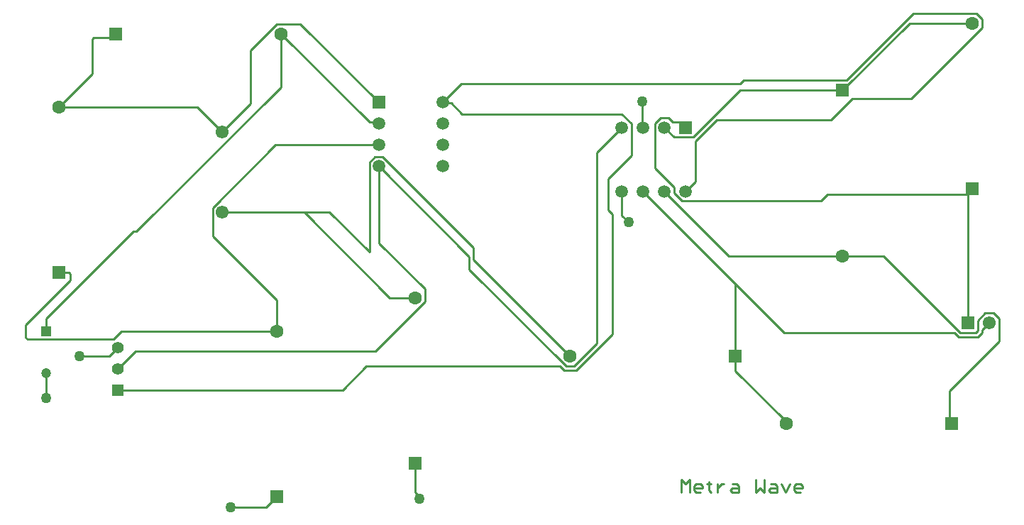
<source format=gbr>
%TF.GenerationSoftware,Altium Limited,Altium Designer,24.9.1 (31)*%
G04 Layer_Physical_Order=1*
G04 Layer_Color=255*
%FSLAX45Y45*%
%MOMM*%
%TF.SameCoordinates,90D1A1F6-6801-43AA-A97B-90F854C06351*%
%TF.FilePolarity,Positive*%
%TF.FileFunction,Copper,L1,Top,Signal*%
%TF.Part,Single*%
G01*
G75*
%TA.AperFunction,Conductor*%
%ADD10C,0.25400*%
%TA.AperFunction,NonConductor*%
%ADD11C,0.25400*%
%TA.AperFunction,ComponentPad*%
%ADD12C,1.20000*%
%ADD13R,1.20000X1.20000*%
%ADD14C,1.60020*%
%ADD15R,1.60020X1.60020*%
%ADD16R,1.50000X1.50000*%
%ADD17C,1.50000*%
%ADD18R,1.50000X1.50000*%
%ADD19R,1.60020X1.60020*%
%ADD20C,1.40000*%
%ADD21R,1.40000X1.40000*%
%ADD22C,1.55000*%
%ADD23R,1.55000X1.55000*%
%TA.AperFunction,ViaPad*%
%ADD24C,1.27000*%
D10*
X4200000Y4300000D02*
Y4600000D01*
Y5100000D02*
Y5250000D01*
X7277000Y6523000D02*
X7577000D01*
X8300000Y5500000D02*
X8600000D01*
X7277000Y6523000D02*
X8300000Y5500000D01*
X6300000Y6523000D02*
X7277000D01*
X7577000D02*
X8055900Y6044100D01*
Y7115848D01*
X11311500Y7542500D02*
Y7838500D01*
Y7542500D02*
X11323000Y7531000D01*
X9150906Y8050000D02*
X12482040D01*
X8931906Y7831000D02*
X9150906Y8050000D01*
X12482040D02*
X12523730Y8091690D01*
X8931000Y7831000D02*
X8931906D01*
X9029221Y7820779D02*
X9157497Y7692503D01*
X8941221Y7820779D02*
X9029221D01*
X8931000Y7831000D02*
X8941221Y7820779D01*
X9157497Y7692503D02*
X11067444D01*
X11069000Y6481000D02*
Y6769000D01*
Y6481000D02*
X11150000Y6400000D01*
X8600000Y3177493D02*
X8650000Y3127493D01*
Y3100000D02*
Y3127493D01*
X8600000Y3177493D02*
Y3526420D01*
X6823580Y3000000D02*
X6950000Y3126420D01*
X6400000Y3000000D02*
X6823580D01*
X4950000Y4800000D02*
X5050000Y4900000D01*
X4600000Y4800000D02*
X4950000D01*
X15200000Y6750000D02*
X15250000Y6800000D01*
X15186423Y6736422D02*
X15200000Y6750000D01*
X13443159Y6655900D02*
X13523682Y6736422D01*
X11784152Y6655900D02*
X13443159D01*
X11690100Y6749952D02*
Y6815847D01*
Y6749952D02*
X11784152Y6655900D01*
X11463900Y7042048D02*
X11690100Y6815847D01*
X11463900Y7042048D02*
Y7577847D01*
X13523682Y6736422D02*
X15186423D01*
X11463900Y7577847D02*
X11530152Y7644100D01*
X11624026D01*
X11674826Y7593300D01*
X11768700D01*
X11831000Y7531000D01*
X11944100Y7368376D02*
X12198806Y7623082D01*
X13563403D01*
X11944100Y6882100D02*
Y7368376D01*
X13818111Y7877788D02*
X14521242D01*
X13563403Y7623082D02*
X13818111Y7877788D01*
X11831000Y6769000D02*
X11944100Y6882100D01*
X14521242Y7877788D02*
X15368111Y8724657D01*
X11921782Y7417900D02*
X12477462Y7973580D01*
X13700000D01*
Y8000000D02*
X13726421D01*
X14500000Y8773580D02*
X15250000D01*
X13726421Y8000000D02*
X14500000Y8773580D01*
X15368111Y8724657D02*
Y8822503D01*
X13746268Y8091690D02*
X14546268Y8891690D01*
X15298923D01*
X15368111Y8822503D01*
X12523730Y8091690D02*
X13746268D01*
X13700000Y7973580D02*
Y8000000D01*
X11577000Y7531000D02*
X11690100Y7417900D01*
X11921782D01*
X13700000Y6000000D02*
X14191119D01*
X15293282Y5084400D02*
X15315601Y5106719D01*
Y5229083D01*
X15497884Y5315600D02*
X15565601Y5247883D01*
X14973579Y4386587D02*
X15565601Y4978607D01*
X15315601Y5229083D02*
X15402116Y5315600D01*
X15106718Y5084400D02*
X15293282D01*
X15034877D02*
X15085677Y5033600D01*
X15402116Y5315600D02*
X15497884D01*
X15366400Y5085677D02*
Y5116400D01*
X13007600Y5084400D02*
X15034877D01*
X14191119Y6000000D02*
X15106718Y5084400D01*
X15085677Y5033600D02*
X15314323D01*
X15366400Y5116400D02*
X15450000Y5200000D01*
X14973579Y4050000D02*
Y4386587D01*
X15565601Y4978607D02*
Y5247883D01*
X15314323Y5033600D02*
X15366400Y5085677D01*
X12423580Y5668420D02*
X13007600Y5084400D01*
X12423580Y4626420D02*
X13000000Y4050000D01*
X12423580Y4626420D02*
Y4800000D01*
X15200000Y5200000D02*
Y6750000D01*
X11577000Y6769000D02*
X12346000Y6000000D01*
X13700000D01*
X11323000Y6769000D02*
X12423580Y5668420D01*
Y4800000D02*
Y5668420D01*
X10955900Y5067025D02*
Y6494100D01*
X10905100Y6544900D02*
X10955900Y6494100D01*
X10905100Y6922874D02*
X11182100Y7199874D01*
X10905100Y6544900D02*
Y6922874D01*
X11067444Y7692503D02*
X11182100Y7577847D01*
Y7199874D02*
Y7577847D01*
X10772041Y7234041D02*
X11069000Y7531000D01*
X10772041Y4955008D02*
Y7234041D01*
X10498923Y4681890D02*
X10772041Y4955008D01*
X10519964Y4631090D02*
X10955900Y5067025D01*
X10401077Y4681890D02*
X10498923D01*
X9248400Y5834567D02*
X10401077Y4681890D01*
X10329235D02*
X10380035Y4631090D01*
X9248400Y5834567D02*
Y5989600D01*
X8169000Y7069000D02*
X9248400Y5989600D01*
X10380035Y4631090D02*
X10519964D01*
X8020765Y4681890D02*
X10329235D01*
X9299200Y5950800D02*
X10450000Y4800000D01*
X8215848Y7182100D02*
X9299200Y6098748D01*
Y5950800D02*
Y6098748D01*
X8122153Y7182100D02*
X8215848D01*
X8055900Y7115848D02*
X8122153Y7182100D01*
X7738875Y4400000D02*
X8020765Y4681890D01*
X8128535Y4861503D02*
X8718110Y5451077D01*
Y5602857D01*
X5261503Y4861503D02*
X8128535D01*
X5050000Y4650000D02*
X5261503Y4861503D01*
X6936517Y7323000D02*
X8169000D01*
X6184400Y6570883D02*
X6936517Y7323000D01*
X6184400Y6236456D02*
Y6570883D01*
Y6236456D02*
X6950000Y5470856D01*
Y5100000D02*
Y5470856D01*
X5050000Y4400000D02*
X7738875D01*
X8169000Y6151967D02*
Y7069000D01*
X5097123Y5100000D02*
X6950000D01*
X8169000Y6151967D02*
X8718110Y5602857D01*
X4999023Y5001900D02*
X5097123Y5100000D01*
X3974218Y5001900D02*
X4999023D01*
X3951900Y5024218D02*
Y5175782D01*
X4482989Y5706871D01*
Y5785121D01*
X4468110Y5800000D02*
X4482989Y5785121D01*
X4350000Y5800000D02*
X4468110D01*
X3951900Y5024218D02*
X3974218Y5001900D01*
X5238209Y6288209D02*
X5274692D01*
X4200000Y5250000D02*
X5238209Y6288209D01*
X8055900Y7594100D02*
X8151900D01*
X7000000Y8650000D02*
X8055900Y7594100D01*
X8151900D02*
X8169000Y7577000D01*
X7231890Y8768110D02*
X8169000Y7831000D01*
X6951077Y8768110D02*
X7231890D01*
X6637938Y7814938D02*
Y8454970D01*
X6951077Y8768110D01*
X6300000Y7477000D02*
X6637938Y7814938D01*
X7000000Y8013517D02*
Y8650000D01*
X5274692Y6288209D02*
X7000000Y8013517D01*
X6003420Y7773580D02*
X6300000Y7477000D01*
X4350000Y7773580D02*
X6003420D01*
X4976420Y8600000D02*
X5026420Y8650000D01*
X4764879Y8600000D02*
X4976420D01*
X4750000Y8173580D02*
Y8585121D01*
X4764879Y8600000D01*
X4350000Y7773580D02*
X4750000Y8173580D01*
D11*
X11775400Y3175400D02*
Y3327751D01*
X11826184Y3276967D01*
X11876967Y3327751D01*
Y3175400D01*
X12003926D02*
X11953143D01*
X11927751Y3200792D01*
Y3251575D01*
X11953143Y3276967D01*
X12003926D01*
X12029318Y3251575D01*
Y3226184D01*
X11927751D01*
X12105493Y3302359D02*
Y3276967D01*
X12080102D01*
X12130885D01*
X12105493D01*
Y3200792D01*
X12130885Y3175400D01*
X12207060Y3276967D02*
Y3175400D01*
Y3226184D01*
X12232452Y3251575D01*
X12257844Y3276967D01*
X12283236D01*
X12384803D02*
X12435587D01*
X12460978Y3251575D01*
Y3175400D01*
X12384803D01*
X12359411Y3200792D01*
X12384803Y3226184D01*
X12460978D01*
X12664113Y3327751D02*
Y3175400D01*
X12714896Y3226184D01*
X12765680Y3175400D01*
Y3327751D01*
X12841855Y3276967D02*
X12892639D01*
X12918031Y3251575D01*
Y3175400D01*
X12841855D01*
X12816463Y3200792D01*
X12841855Y3226184D01*
X12918031D01*
X12968814Y3276967D02*
X13019598Y3175400D01*
X13070381Y3276967D01*
X13197340Y3175400D02*
X13146558D01*
X13121165Y3200792D01*
Y3251575D01*
X13146558Y3276967D01*
X13197340D01*
X13222733Y3251575D01*
Y3226184D01*
X13121165D01*
D12*
X4200000Y4600000D02*
D03*
D13*
Y5100000D02*
D03*
D14*
X8600000Y5500000D02*
D03*
X6950000Y5100000D02*
D03*
X7000000Y8650000D02*
D03*
X15250000Y8773580D02*
D03*
X13026421Y4000000D02*
D03*
X4350000Y7773580D02*
D03*
X10450000Y4800000D02*
D03*
X13700000Y6000000D02*
D03*
D15*
X8600000Y3526420D02*
D03*
X6950000Y3126420D02*
D03*
X15250000Y6800000D02*
D03*
X4350000Y5800000D02*
D03*
X13700000Y7973580D02*
D03*
D16*
X11831000Y7531000D02*
D03*
D17*
X11577000D02*
D03*
X11323000D02*
D03*
X11069000D02*
D03*
X11831000Y6769000D02*
D03*
X11577000D02*
D03*
X11323000D02*
D03*
X11069000D02*
D03*
X8169000Y7577000D02*
D03*
Y7323000D02*
D03*
Y7069000D02*
D03*
X8931000Y7831000D02*
D03*
Y7577000D02*
D03*
Y7323000D02*
D03*
Y7069000D02*
D03*
D18*
X8169000Y7831000D02*
D03*
D19*
X5026420Y8650000D02*
D03*
X15000000Y4000000D02*
D03*
X12423580Y4800000D02*
D03*
D20*
X5050000Y4900000D02*
D03*
Y4650000D02*
D03*
D21*
Y4400000D02*
D03*
D22*
X6300000Y6523000D02*
D03*
Y7477000D02*
D03*
X15450000Y5200000D02*
D03*
D23*
X15200000D02*
D03*
D24*
X4200000Y4300000D02*
D03*
X11311500Y7838500D02*
D03*
X11150000Y6400000D02*
D03*
X6400000Y3000000D02*
D03*
X8650000Y3100000D02*
D03*
X4600000Y4800000D02*
D03*
%TF.MD5,5e19d2a36fa4cc0a765841cfab130bb6*%
M02*

</source>
